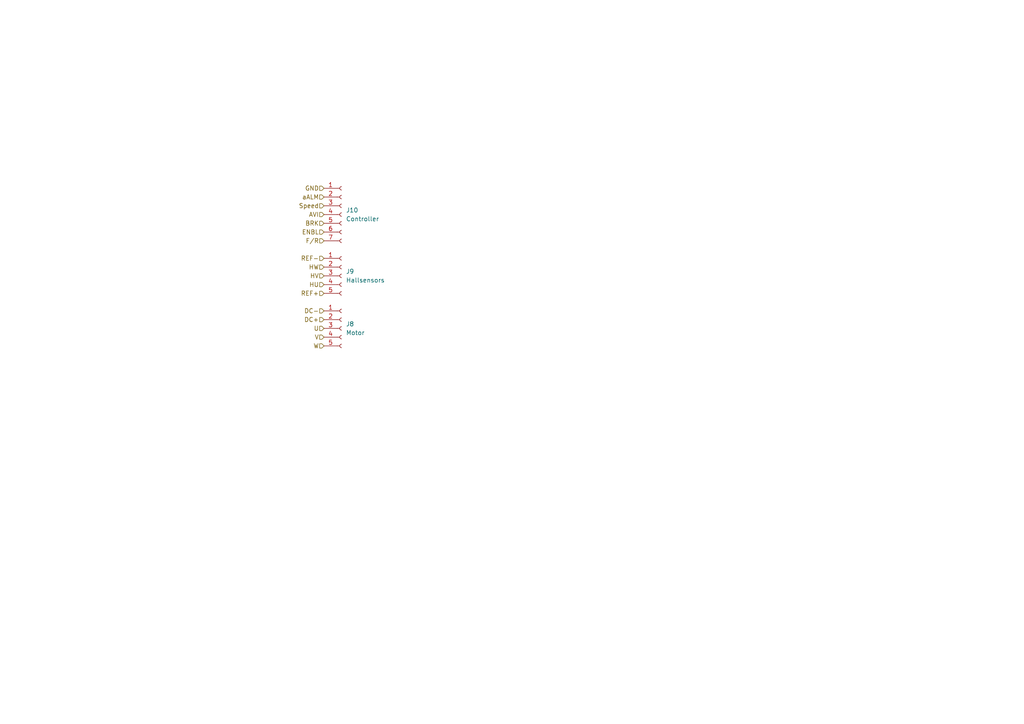
<source format=kicad_sch>
(kicad_sch (version 20231120) (generator "eeschema") (generator_version "8.0")
  (paper "A4")
  (lib_symbols
    (symbol "Connector:Conn_01x05_Socket" (pin_names (offset 1.016) hide)
      (property "Reference" "J" (at 0 7.62 0))
      (property "Value" "Conn_01x05_Socket" (at 0 -7.62 0))
      (symbol "Conn_01x05_Socket_1_1"
        (arc (start 0 -4.572) (mid -0.5058 -5.08) (end 0 -5.588) (stroke (width 0.1524)))
        (arc (start 0 -2.032) (mid -0.5058 -2.54) (end 0 -3.048) (stroke (width 0.1524)))
        (polyline (pts (xy -1.27 -5.08) (xy -0.508 -5.08)) (stroke (width 0.1524)))
        (polyline (pts (xy -1.27 -2.54) (xy -0.508 -2.54)) (stroke (width 0.1524)))
        (polyline (pts (xy -1.27 0) (xy -0.508 0)) (stroke (width 0.1524)))
        (polyline (pts (xy -1.27 2.54) (xy -0.508 2.54)) (stroke (width 0.1524)))
        (polyline (pts (xy -1.27 5.08) (xy -0.508 5.08)) (stroke (width 0.1524)))
        (arc (start 0 0.508) (mid -0.5058 0) (end 0 -0.508) (stroke (width 0.1524)))
        (arc (start 0 3.048) (mid -0.5058 2.54) (end 0 2.032) (stroke (width 0.1524)))
        (arc (start 0 5.588) (mid -0.5058 5.08) (end 0 4.572) (stroke (width 0.1524)))
        (pin passive line (at -5.08 5.08 0) (length 3.81) (name "Pin_1") (number "1"))
        (pin passive line (at -5.08 2.54 0) (length 3.81) (name "Pin_2") (number "2"))
        (pin passive line (at -5.08 0 0) (length 3.81) (name "Pin_3") (number "3"))
        (pin passive line (at -5.08 -2.54 0) (length 3.81) (name "Pin_4") (number "4"))
        (pin passive line (at -5.08 -5.08 0) (length 3.81) (name "Pin_5") (number "5"))
      )
    )
    (symbol "Connector:Conn_01x07_Socket" (pin_names (offset 1.016) hide)
      (property "Reference" "J" (at 0 10.16 0))
      (property "Value" "Conn_01x07_Socket" (at 0 -10.16 0))
      (symbol "Conn_01x07_Socket_1_1"
        (arc (start 0 -7.112) (mid -0.5058 -7.62) (end 0 -8.128) (stroke (width 0.1524)))
        (arc (start 0 -4.572) (mid -0.5058 -5.08) (end 0 -5.588) (stroke (width 0.1524)))
        (arc (start 0 -2.032) (mid -0.5058 -2.54) (end 0 -3.048) (stroke (width 0.1524)))
        (polyline (pts (xy -1.27 -7.62) (xy -0.508 -7.62)) (stroke (width 0.1524)))
        (polyline (pts (xy -1.27 -5.08) (xy -0.508 -5.08)) (stroke (width 0.1524)))
        (polyline (pts (xy -1.27 -2.54) (xy -0.508 -2.54)) (stroke (width 0.1524)))
        (polyline (pts (xy -1.27 0) (xy -0.508 0)) (stroke (width 0.1524)))
        (polyline (pts (xy -1.27 2.54) (xy -0.508 2.54)) (stroke (width 0.1524)))
        (polyline (pts (xy -1.27 5.08) (xy -0.508 5.08)) (stroke (width 0.1524)))
        (polyline (pts (xy -1.27 7.62) (xy -0.508 7.62)) (stroke (width 0.1524)))
        (arc (start 0 0.508) (mid -0.5058 0) (end 0 -0.508) (stroke (width 0.1524)))
        (arc (start 0 3.048) (mid -0.5058 2.54) (end 0 2.032) (stroke (width 0.1524)))
        (arc (start 0 5.588) (mid -0.5058 5.08) (end 0 4.572) (stroke (width 0.1524)))
        (arc (start 0 8.128) (mid -0.5058 7.62) (end 0 7.112) (stroke (width 0.1524)))
        (pin passive line (at -5.08 7.62 0) (length 3.81) (name "Pin_1") (number "1"))
        (pin passive line (at -5.08 5.08 0) (length 3.81) (name "Pin_2") (number "2"))
        (pin passive line (at -5.08 2.54 0) (length 3.81) (name "Pin_3") (number "3"))
        (pin passive line (at -5.08 0 0) (length 3.81) (name "Pin_4") (number "4"))
        (pin passive line (at -5.08 -2.54 0) (length 3.81) (name "Pin_5") (number "5"))
        (pin passive line (at -5.08 -5.08 0) (length 3.81) (name "Pin_6") (number "6"))
        (pin passive line (at -5.08 -7.62 0) (length 3.81) (name "Pin_7") (number "7"))
      )
    )
  )
  (hierarchical_label "DC+" (shape input) (at 93.98 92.71 180))
  (hierarchical_label "BRK" (shape input) (at 93.98 64.77 180))
  (hierarchical_label "AVI" (shape input) (at 93.98 62.23 180))
  (hierarchical_label "U" (shape input) (at 93.98 95.25 180))
  (hierarchical_label "REF-" (shape input) (at 93.98 74.93 180))
  (hierarchical_label "HV" (shape input) (at 93.98 80.01 180))
  (hierarchical_label "DC-" (shape input) (at 93.98 90.17 180))
  (hierarchical_label "GND" (shape input) (at 93.98 54.61 180))
  (hierarchical_label "REF+" (shape input) (at 93.98 85.09 180))
  (hierarchical_label "HU" (shape input) (at 93.98 82.55 180))
  (hierarchical_label "V" (shape input) (at 93.98 97.79 180))
  (hierarchical_label "W" (shape input) (at 93.98 100.33 180))
  (hierarchical_label "HW" (shape input) (at 93.98 77.47 180))
  (hierarchical_label "F{slash}R" (shape input) (at 93.98 69.85 180))
  (hierarchical_label "aALM" (shape input) (at 93.98 57.15 180))
  (hierarchical_label "ENBL" (shape input) (at 93.98 67.31 180))
  (hierarchical_label "Speed" (shape input) (at 93.98 59.69 180))
  (symbol (lib_id "Connector:Conn_01x05_Socket") (at 99.06 95.25 0) (unit 1)
    (property "Reference" "J8" (at 100.33 93.98 0) (effects (justify left)))
    (property "Value" "Motor" (at 100.33 96.52 0) (effects (justify left)))
    (instances (project "Solar rover" (path "" (reference "J8") (unit 1)) (path "" (reference "J13") (unit 1))))
  )
  (symbol (lib_id "Connector:Conn_01x07_Socket") (at 99.06 62.23 0) (unit 1)
    (property "Reference" "J10" (at 100.33 60.96 0) (effects (justify left)))
    (property "Value" "Controller" (at 100.33 63.5 0) (effects (justify left)))
    (instances (project "Solar rover" (path "" (reference "J10") (unit 1)) (path "" (reference "J11") (unit 1))))
  )
  (symbol (lib_id "Connector:Conn_01x05_Socket") (at 99.06 80.01 0) (unit 1)
    (property "Reference" "J9" (at 100.33 78.74 0) (effects (justify left)))
    (property "Value" "Hallsensors" (at 100.33 81.28 0) (effects (justify left)))
    (instances (project "Solar rover" (path "" (reference "J9") (unit 1)) (path "" (reference "J12") (unit 1))))
  )
)
</source>
